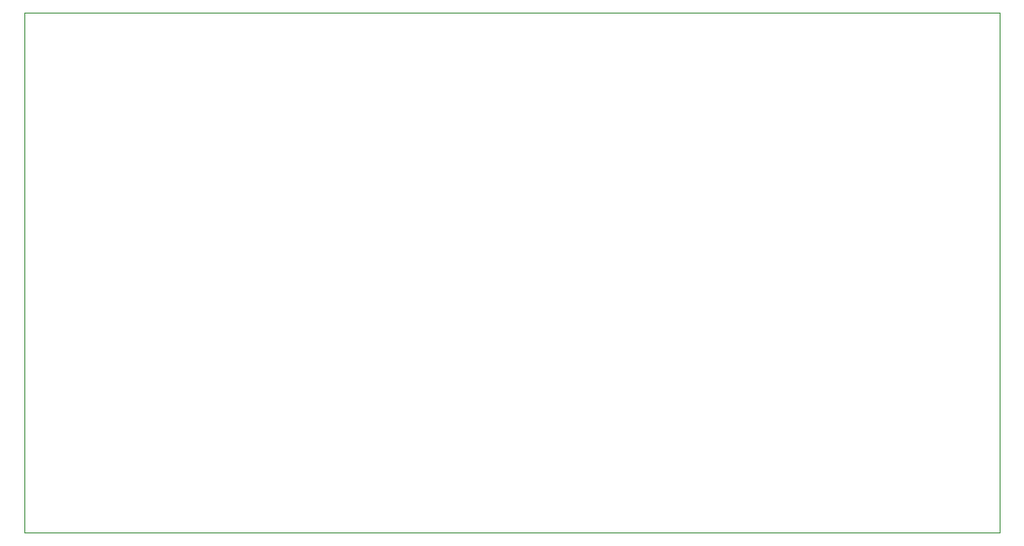
<source format=gbr>
G04 #@! TF.GenerationSoftware,KiCad,Pcbnew,5.1.0-060a0da~80~ubuntu18.04.1*
G04 #@! TF.CreationDate,2019-04-15T09:18:46-04:00*
G04 #@! TF.ProjectId,overvoltage,6f766572-766f-46c7-9461-67652e6b6963,1*
G04 #@! TF.SameCoordinates,Original*
G04 #@! TF.FileFunction,Profile,NP*
%FSLAX46Y46*%
G04 Gerber Fmt 4.6, Leading zero omitted, Abs format (unit mm)*
G04 Created by KiCad (PCBNEW 5.1.0-060a0da~80~ubuntu18.04.1) date 2019-04-15 09:18:46*
%MOMM*%
%LPD*%
G04 APERTURE LIST*
%ADD10C,0.050000*%
G04 APERTURE END LIST*
D10*
X36830000Y-80260000D02*
X36830000Y-31496000D01*
X128270000Y-80260000D02*
X36830000Y-80260000D01*
X128270000Y-31496000D02*
X128270000Y-80260000D01*
X36830000Y-31496000D02*
X128270000Y-31496000D01*
M02*

</source>
